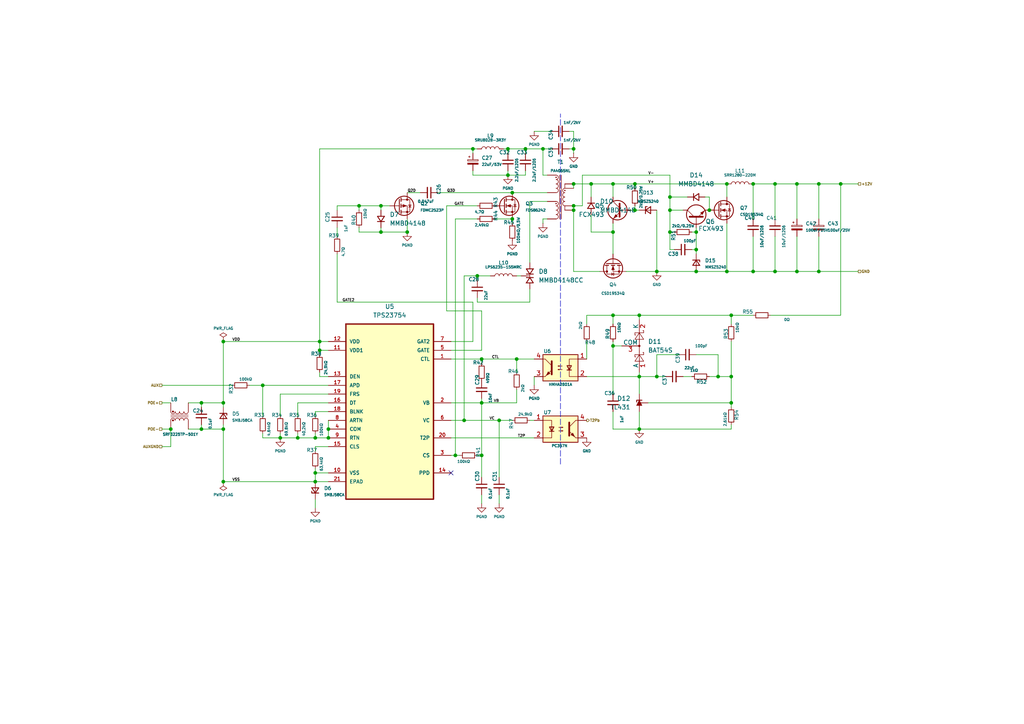
<source format=kicad_sch>
(kicad_sch (version 20250114) (generator "eeschema") (generator_version "9.0")
  (paper "A4")
  (title_block (title "Czujnik parametrów środowiskowych") (date "2026-01-20") (rev "1.0") (company "MarPi82"))
  (junction (at 49.53 124.46))
  (junction (at 92.71 101.6))
  (junction (at 243.84 53.34))
  (junction (at 64.77 99.06))
  (junction (at 201.93 78.74))
  (junction (at 185.42 109.22))
  (junction (at 95.25 124.46))
  (junction (at 64.77 139.7))
  (junction (at 91.44 127))
  (junction (at 149.86 104.14))
  (junction (at 58.42 116.84))
  (junction (at 212.09 91.44))
  (junction (at 157.48 43.18))
  (junction (at 194.31 60.96))
  (junction (at 210.82 53.34))
  (junction (at 177.8 100.33))
  (junction (at 118.11 67.31))
  (junction (at 147.32 50.8))
  (junction (at 237.49 78.74))
  (junction (at 218.44 78.74))
  (junction (at 185.42 124.46))
  (junction (at 95.25 127))
  (junction (at 210.82 78.74))
  (junction (at 208.28 109.22))
  (junction (at 134.62 121.92))
  (junction (at 92.71 99.06))
  (junction (at 190.5 78.74))
  (junction (at 139.7 116.84))
  (junction (at 91.44 137.16))
  (junction (at 166.37 43.18))
  (junction (at 138.43 80.01))
  (junction (at 148.59 63.5))
  (junction (at 177.8 67.31))
  (junction (at 177.8 91.44))
  (junction (at 205.74 60.96))
  (junction (at 64.77 116.84))
  (junction (at 185.42 91.44))
  (junction (at 81.28 127))
  (junction (at 91.44 139.7))
  (junction (at 137.16 43.18))
  (junction (at 194.31 57.15))
  (junction (at 171.45 53.34))
  (junction (at 201.93 67.31))
  (junction (at 152.4 43.18))
  (junction (at 237.49 53.34))
  (junction (at 64.77 124.46))
  (junction (at 201.93 72.39))
  (junction (at 58.42 124.46))
  (junction (at 212.09 109.22))
  (junction (at 147.32 43.18))
  (junction (at 110.49 67.31))
  (junction (at 166.37 59.69))
  (junction (at 212.09 116.84))
  (junction (at 224.79 53.34))
  (junction (at 177.8 53.34))
  (junction (at 139.7 132.08))
  (junction (at 184.15 53.34))
  (junction (at 76.2 111.76))
  (junction (at 144.78 121.92))
  (junction (at 132.08 132.08))
  (junction (at 139.7 104.14))
  (junction (at 166.37 53.34))
  (junction (at 190.5 109.22))
  (junction (at 110.49 59.69))
  (junction (at 104.14 59.69))
  (junction (at 166.37 60.96))
  (junction (at 148.59 55.88))
  (junction (at 231.14 78.74))
  (junction (at 218.44 53.34))
  (junction (at 194.31 67.31))
  (junction (at 231.14 53.34))
  (junction (at 86.36 127))
  (junction (at 184.15 60.96))
  (junction (at 224.79 78.74))
  (no_connect (at 130.81 137.16))
  (wire (pts (xy 64.77 123.19) (xy 64.77 124.46)))
  (wire (pts (xy 154.94 109.22) (xy 154.94 111.76)))
  (wire (pts (xy 210.82 78.74) (xy 201.93 78.74)))
  (wire (pts (xy 184.15 53.34) (xy 177.8 53.34)))
  (wire (pts (xy 177.8 91.44) (xy 177.8 93.98)))
  (wire (pts (xy 91.44 125.73) (xy 91.44 127)))
  (wire (pts (xy 76.2 111.76) (xy 95.25 111.76)))
  (wire (pts (xy 224.79 78.74) (xy 218.44 78.74)))
  (wire (pts (xy 190.5 60.96) (xy 190.5 78.74)))
  (wire (pts (xy 137.16 43.18) (xy 138.43 43.18)))
  (wire (pts (xy 177.8 119.38) (xy 177.8 124.46)))
  (wire (pts (xy 200.66 109.22) (xy 198.12 109.22)))
  (wire (pts (xy 166.37 53.34) (xy 166.37 54.61)))
  (wire (pts (xy 237.49 78.74) (xy 248.92 78.74)))
  (wire (pts (xy 138.43 86.36) (xy 138.43 87.63)))
  (wire (pts (xy 95.25 121.92) (xy 95.25 124.46)))
  (wire (pts (xy 185.42 92.71) (xy 185.42 91.44)))
  (wire (pts (xy 157.48 43.18) (xy 157.48 50.8)))
  (wire (pts (xy 177.8 73.66) (xy 177.8 67.31)))
  (wire (pts (xy 181.61 78.74) (xy 190.5 78.74)))
  (wire (pts (xy 168.91 50.8) (xy 168.91 59.69)))
  (wire (pts (xy 64.77 124.46) (xy 64.77 139.7)))
  (wire (pts (xy 177.8 53.34) (xy 171.45 53.34)))
  (wire (pts (xy 166.37 43.18) (xy 166.37 44.45)))
  (wire (pts (xy 185.42 124.46) (xy 212.09 124.46)))
  (wire (pts (xy 54.61 116.84) (xy 58.42 116.84)))
  (wire (pts (xy 158.75 63.5) (xy 157.48 63.5)))
  (wire (pts (xy 81.28 127) (xy 86.36 127)))
  (wire (pts (xy 139.7 115.57) (xy 139.7 116.84)))
  (wire (pts (xy 143.51 63.5) (xy 148.59 63.5)))
  (wire (pts (xy 127 55.88) (xy 148.59 55.88)))
  (wire (pts (xy 144.78 121.92) (xy 148.59 121.92)))
  (wire (pts (xy 46.99 116.84) (xy 49.53 116.84)))
  (wire (pts (xy 91.44 139.7) (xy 91.44 137.16)))
  (wire (pts (xy 139.7 104.14) (xy 149.86 104.14)))
  (wire (pts (xy 157.48 63.5) (xy 157.48 64.77)))
  (wire (pts (xy 231.14 68.58) (xy 231.14 78.74)))
  (wire (pts (xy 46.99 111.76) (xy 67.31 111.76)))
  (wire (pts (xy 152.4 50.8) (xy 152.4 49.53)))
  (wire (pts (xy 81.28 125.73) (xy 81.28 127)))
  (wire (pts (xy 224.79 63.5) (xy 224.79 53.34)))
  (wire (pts (xy 110.49 59.69) (xy 110.49 60.96)))
  (wire (pts (xy 76.2 127) (xy 81.28 127)))
  (wire (pts (xy 91.44 144.78) (xy 91.44 147.32)))
  (wire (pts (xy 201.93 102.87) (xy 208.28 102.87)))
  (wire (pts (xy 212.09 118.11) (xy 212.09 116.84)))
  (wire (pts (xy 110.49 66.04) (xy 110.49 67.31)))
  (wire (pts (xy 86.36 116.84) (xy 95.25 116.84)))
  (wire (pts (xy 139.7 116.84) (xy 149.86 116.84)))
  (wire (pts (xy 194.31 67.31) (xy 195.58 67.31)))
  (wire (pts (xy 200.66 67.31) (xy 201.93 67.31)))
  (wire (pts (xy 152.4 43.18) (xy 157.48 43.18)))
  (wire (pts (xy 170.18 109.22) (xy 185.42 109.22)))
  (wire (pts (xy 218.44 53.34) (xy 218.44 63.5)))
  (wire (pts (xy 184.15 54.61) (xy 184.15 53.34)))
  (wire (pts (xy 177.8 67.31) (xy 177.8 64.77)))
  (wire (pts (xy 130.81 116.84) (xy 139.7 116.84)))
  (wire (pts (xy 208.28 109.22) (xy 212.09 109.22)))
  (wire (pts (xy 177.8 53.34) (xy 177.8 57.15)))
  (wire (pts (xy 129.54 59.69) (xy 138.43 59.69)))
  (wire (pts (xy 46.99 124.46) (xy 49.53 124.46)))
  (wire (pts (xy 134.62 80.01) (xy 134.62 121.92)))
  (wire (pts (xy 137.16 44.45) (xy 137.16 43.18)))
  (wire (pts (xy 139.7 143.51) (xy 139.7 146.05)))
  (wire (pts (xy 184.15 60.96) (xy 184.15 59.69)))
  (wire (pts (xy 147.32 44.45) (xy 147.32 43.18)))
  (wire (pts (xy 177.8 124.46) (xy 185.42 124.46)))
  (wire (pts (xy 54.61 124.46) (xy 58.42 124.46)))
  (wire (pts (xy 231.14 78.74) (xy 224.79 78.74)))
  (wire (pts (xy 76.2 125.73) (xy 76.2 127)))
  (wire (pts (xy 137.16 49.53) (xy 137.16 50.8)))
  (wire (pts (xy 139.7 132.08) (xy 139.7 138.43)))
  (wire (pts (xy 201.93 73.66) (xy 201.93 72.39)))
  (wire (pts (xy 171.45 67.31) (xy 177.8 67.31)))
  (wire (pts (xy 166.37 78.74) (xy 166.37 60.96)))
  (wire (pts (xy 177.8 99.06) (xy 177.8 100.33)))
  (wire (pts (xy 194.31 60.96) (xy 194.31 57.15)))
  (wire (pts (xy 152.4 44.45) (xy 152.4 43.18)))
  (wire (pts (xy 195.58 72.39) (xy 194.31 72.39)))
  (wire (pts (xy 243.84 91.44) (xy 243.84 53.34)))
  (wire (pts (xy 187.96 116.84) (xy 212.09 116.84)))
  (wire (pts (xy 210.82 53.34) (xy 184.15 53.34)))
  (wire (pts (xy 91.44 119.38) (xy 95.25 119.38)))
  (wire (pts (xy 49.53 129.54) (xy 49.53 124.46)))
  (wire (pts (xy 153.67 83.82) (xy 153.67 87.63)))
  (wire (pts (xy 224.79 68.58) (xy 224.79 78.74)))
  (wire (pts (xy 149.86 113.03) (xy 149.86 116.84)))
  (wire (pts (xy 154.94 38.1) (xy 160.02 38.1)))
  (wire (pts (xy 166.37 38.1) (xy 166.37 43.18)))
  (wire (pts (xy 139.7 105.41) (xy 139.7 104.14)))
  (wire (pts (xy 224.79 53.34) (xy 231.14 53.34)))
  (wire (pts (xy 92.71 101.6) (xy 92.71 99.06)))
  (wire (pts (xy 91.44 137.16) (xy 95.25 137.16)))
  (wire (pts (xy 130.81 121.92) (xy 134.62 121.92)))
  (wire (pts (xy 212.09 99.06) (xy 212.09 109.22)))
  (wire (pts (xy 58.42 116.84) (xy 64.77 116.84)))
  (wire (pts (xy 64.77 116.84) (xy 64.77 118.11)))
  (wire (pts (xy 147.32 43.18) (xy 152.4 43.18)))
  (wire (pts (xy 182.88 60.96) (xy 184.15 60.96)))
  (wire (pts (xy 132.08 132.08) (xy 133.35 132.08)))
  (wire (pts (xy 185.42 109.22) (xy 190.5 109.22)))
  (wire (pts (xy 132.08 63.5) (xy 132.08 132.08)))
  (wire (pts (xy 154.94 121.92) (xy 153.67 121.92)))
  (wire (pts (xy 137.16 87.63) (xy 97.79 87.63)))
  (wire (pts (xy 86.36 127) (xy 91.44 127)))
  (wire (pts (xy 208.28 102.87) (xy 208.28 109.22)))
  (wire (pts (xy 185.42 119.38) (xy 185.42 124.46)))
  (wire (pts (xy 194.31 60.96) (xy 194.31 67.31)))
  (wire (pts (xy 81.28 114.3) (xy 95.25 114.3)))
  (wire (pts (xy 138.43 132.08) (xy 139.7 132.08)))
  (wire (pts (xy 76.2 120.65) (xy 76.2 111.76)))
  (wire (pts (xy 190.5 78.74) (xy 201.93 78.74)))
  (wire (pts (xy 92.71 43.18) (xy 92.71 99.06)))
  (wire (pts (xy 139.7 116.84) (xy 139.7 132.08)))
  (wire (pts (xy 118.11 55.88) (xy 121.92 55.88)))
  (wire (pts (xy 237.49 63.5) (xy 237.49 53.34)))
  (wire (pts (xy 144.78 143.51) (xy 144.78 146.05)))
  (wire (pts (xy 138.43 87.63) (xy 153.67 87.63)))
  (wire (pts (xy 185.42 107.95) (xy 185.42 109.22)))
  (wire (pts (xy 149.86 104.14) (xy 154.94 104.14)))
  (wire (pts (xy 171.45 62.23) (xy 171.45 67.31)))
  (wire (pts (xy 64.77 99.06) (xy 92.71 99.06)))
  (wire (pts (xy 148.59 55.88) (xy 158.75 55.88)))
  (wire (pts (xy 132.08 63.5) (xy 138.43 63.5)))
  (wire (pts (xy 147.32 49.53) (xy 147.32 50.8)))
  (wire (pts (xy 153.67 58.42) (xy 158.75 58.42)))
  (wire (pts (xy 198.12 60.96) (xy 194.31 60.96)))
  (wire (pts (xy 97.79 59.69) (xy 97.79 60.96)))
  (wire (pts (xy 218.44 53.34) (xy 224.79 53.34)))
  (wire (pts (xy 72.39 111.76) (xy 76.2 111.76)))
  (wire (pts (xy 231.14 53.34) (xy 231.14 63.5)))
  (wire (pts (xy 91.44 129.54) (xy 91.44 130.81)))
  (wire (pts (xy 92.71 99.06) (xy 95.25 99.06)))
  (wire (pts (xy 58.42 124.46) (xy 64.77 124.46)))
  (wire (pts (xy 205.74 109.22) (xy 208.28 109.22)))
  (wire (pts (xy 129.54 59.69) (xy 129.54 90.17)))
  (wire (pts (xy 46.99 129.54) (xy 49.53 129.54)))
  (wire (pts (xy 212.09 91.44) (xy 218.44 91.44)))
  (wire (pts (xy 58.42 116.84) (xy 58.42 118.11)))
  (wire (pts (xy 95.25 139.7) (xy 91.44 139.7)))
  (wire (pts (xy 147.32 50.8) (xy 152.4 50.8)))
  (wire (pts (xy 97.79 66.04) (xy 97.79 68.58)))
  (wire (pts (xy 177.8 100.33) (xy 177.8 114.3)))
  (wire (pts (xy 180.34 100.33) (xy 177.8 100.33)))
  (wire (pts (xy 243.84 53.34) (xy 237.49 53.34)))
  (wire (pts (xy 91.44 127) (xy 95.25 127)))
  (wire (pts (xy 205.74 57.15) (xy 205.74 60.96)))
  (polyline (pts (xy 162.56 134.62) (xy 162.56 33.02)) (stroke (width 0) (type dash)))
  (wire (pts (xy 166.37 53.34) (xy 171.45 53.34)))
  (wire (pts (xy 166.37 59.69) (xy 166.37 60.96)))
  (wire (pts (xy 58.42 123.19) (xy 58.42 124.46)))
  (wire (pts (xy 212.09 93.98) (xy 212.09 91.44)))
  (wire (pts (xy 138.43 80.01) (xy 142.24 80.01)))
  (wire (pts (xy 91.44 120.65) (xy 91.44 119.38)))
  (wire (pts (xy 185.42 109.22) (xy 185.42 114.3)))
  (wire (pts (xy 171.45 53.34) (xy 171.45 57.15)))
  (wire (pts (xy 86.36 120.65) (xy 86.36 116.84)))
  (wire (pts (xy 104.14 59.69) (xy 110.49 59.69)))
  (wire (pts (xy 95.25 109.22) (xy 92.71 109.22)))
  (wire (pts (xy 237.49 68.58) (xy 237.49 78.74)))
  (wire (pts (xy 95.25 129.54) (xy 91.44 129.54)))
  (wire (pts (xy 212.09 124.46) (xy 212.09 123.19)))
  (wire (pts (xy 144.78 121.92) (xy 144.78 138.43)))
  (wire (pts (xy 130.81 127) (xy 154.94 127)))
  (wire (pts (xy 194.31 57.15) (xy 199.39 57.15)))
  (wire (pts (xy 92.71 101.6) (xy 92.71 102.87)))
  (wire (pts (xy 137.16 87.63) (xy 137.16 99.06)))
  (wire (pts (xy 139.7 90.17) (xy 139.7 101.6)))
  (wire (pts (xy 237.49 78.74) (xy 231.14 78.74)))
  (wire (pts (xy 64.77 139.7) (xy 91.44 139.7)))
  (wire (pts (xy 134.62 80.01) (xy 138.43 80.01)))
  (wire (pts (xy 201.93 67.31) (xy 201.93 72.39)))
  (wire (pts (xy 153.67 58.42) (xy 153.67 76.2)))
  (wire (pts (xy 110.49 67.31) (xy 118.11 67.31)))
  (wire (pts (xy 130.81 104.14) (xy 139.7 104.14)))
  (wire (pts (xy 137.16 50.8) (xy 147.32 50.8)))
  (wire (pts (xy 218.44 68.58) (xy 218.44 78.74)))
  (wire (pts (xy 194.31 57.15) (xy 194.31 50.8)))
  (wire (pts (xy 237.49 53.34) (xy 231.14 53.34)))
  (wire (pts (xy 185.42 91.44) (xy 212.09 91.44)))
  (wire (pts (xy 134.62 121.92) (xy 144.78 121.92)))
  (wire (pts (xy 157.48 50.8) (xy 158.75 50.8)))
  (wire (pts (xy 64.77 116.84) (xy 64.77 99.06)))
  (wire (pts (xy 129.54 90.17) (xy 139.7 90.17)))
  (wire (pts (xy 104.14 67.31) (xy 110.49 67.31)))
  (wire (pts (xy 118.11 67.31) (xy 118.11 63.5)))
  (wire (pts (xy 148.59 63.5) (xy 148.59 64.77)))
  (wire (pts (xy 113.03 59.69) (xy 110.49 59.69)))
  (wire (pts (xy 210.82 57.15) (xy 210.82 53.34)))
  (wire (pts (xy 97.79 59.69) (xy 104.14 59.69)))
  (wire (pts (xy 149.86 107.95) (xy 149.86 104.14)))
  (wire (pts (xy 92.71 101.6) (xy 95.25 101.6)))
  (wire (pts (xy 173.99 78.74) (xy 166.37 78.74)))
  (wire (pts (xy 92.71 109.22) (xy 92.71 107.95)))
  (wire (pts (xy 201.93 66.04) (xy 201.93 67.31)))
  (wire (pts (xy 91.44 137.16) (xy 91.44 135.89)))
  (wire (pts (xy 184.15 60.96) (xy 185.42 60.96)))
  (wire (pts (xy 201.93 72.39) (xy 200.66 72.39)))
  (wire (pts (xy 190.5 102.87) (xy 190.5 109.22)))
  (wire (pts (xy 149.86 80.01) (xy 151.13 80.01)))
  (wire (pts (xy 196.85 102.87) (xy 190.5 102.87)))
  (wire (pts (xy 193.04 109.22) (xy 190.5 109.22)))
  (wire (pts (xy 243.84 53.34) (xy 248.92 53.34)))
  (wire (pts (xy 204.47 57.15) (xy 205.74 57.15)))
  (wire (pts (xy 95.25 124.46) (xy 95.25 127)))
  (wire (pts (xy 92.71 43.18) (xy 137.16 43.18)))
  (wire (pts (xy 212.09 109.22) (xy 212.09 116.84)))
  (wire (pts (xy 194.31 50.8) (xy 168.91 50.8)))
  (wire (pts (xy 130.81 99.06) (xy 137.16 99.06)))
  (wire (pts (xy 160.02 43.18) (xy 157.48 43.18)))
  (wire (pts (xy 97.79 73.66) (xy 97.79 87.63)))
  (wire (pts (xy 138.43 81.28) (xy 138.43 80.01)))
  (wire (pts (xy 165.1 43.18) (xy 166.37 43.18)))
  (wire (pts (xy 218.44 78.74) (xy 210.82 78.74)))
  (wire (pts (xy 168.91 59.69) (xy 166.37 59.69)))
  (wire (pts (xy 130.81 132.08) (xy 132.08 132.08)))
  (wire (pts (xy 104.14 59.69) (xy 104.14 60.96)))
  (wire (pts (xy 177.8 91.44) (xy 185.42 91.44)))
  (wire (pts (xy 81.28 120.65) (xy 81.28 114.3)))
  (wire (pts (xy 194.31 72.39) (xy 194.31 67.31)))
  (wire (pts (xy 104.14 66.04) (xy 104.14 67.31)))
  (wire (pts (xy 170.18 93.98) (xy 170.18 91.44)))
  (wire (pts (xy 170.18 99.06) (xy 170.18 104.14)))
  (wire (pts (xy 170.18 91.44) (xy 177.8 91.44)))
  (wire (pts (xy 165.1 38.1) (xy 166.37 38.1)))
  (wire (pts (xy 210.82 64.77) (xy 210.82 78.74)))
  (wire (pts (xy 86.36 125.73) (xy 86.36 127)))
  (wire (pts (xy 223.52 91.44) (xy 243.84 91.44)))
  (wire (pts (xy 130.81 101.6) (xy 139.7 101.6)))
  (wire (pts (xy 146.05 43.18) (xy 147.32 43.18)))
  (label "V-" (at 187.96 50.8 0) (effects (font (size 0.762 0.762))))
  (label "GATE2" (at 102.87 87.63 180) (effects (font (size 0.762 0.762))))
  (label "Q2D" (at 120.65 55.88 180) (effects (font (size 0.762 0.762))))
  (label "T2P" (at 152.4 127 180) (effects (font (size 0.762 0.762))))
  (label "VC" (at 143.51 121.92 180) (effects (font (size 0.762 0.762))))
  (label "VSS" (at 67.31 139.7 0) (effects (font (size 0.762 0.762))))
  (label "GATE" (at 134.62 59.69 180) (effects (font (size 0.762 0.762))))
  (label "CTL" (at 144.78 104.14 180) (effects (font (size 0.762 0.762))))
  (label "V+" (at 187.96 53.34 0) (effects (font (size 0.762 0.762))))
  (label "Q3D" (at 132.08 55.88 180) (effects (font (size 0.762 0.762))))
  (label "VDD" (at 67.31 99.06 0) (effects (font (size 0.762 0.762))))
  (label "VB" (at 144.78 116.84 180) (effects (font (size 0.762 0.762))))
  (hierarchical_label "T2Pb" (shape output) (at 170.18 121.92 0) (effects (font (size 0.762 0.762))))
  (hierarchical_label "GND" (shape passive) (at 248.92 78.74 0) (effects (font (size 0.762 0.762))))
  (hierarchical_label "POE+" (shape passive) (at 46.99 116.84 180) (effects (font (size 0.762 0.762))))
  (hierarchical_label "AUXGND" (shape passive) (at 46.99 129.54 180) (effects (font (size 0.762 0.762))))
  (hierarchical_label "+12V" (shape passive) (at 248.92 53.34 0) (effects (font (size 0.762 0.762))))
  (hierarchical_label "AUX" (shape passive) (at 46.99 111.76 180) (effects (font (size 0.762 0.762))))
  (hierarchical_label "POE-" (shape passive) (at 46.99 124.46 180) (effects (font (size 0.762 0.762))))
  (symbol (lib_id "MarPi82:FDMC2523P") (at 115.57 59.69 0) (unit 1)
    (property "Reference" "Q2" (at 121.92 59.0549 0) (effects (font (size 1.016 1.016)) (justify left)))
    (property "Value" "FDMC2523P" (at 121.92 60.96 0) (effects (font (size 0.762 0.762)) (justify left)))
    (property "Footprint" "MarPi82:FDMC_2523P" (effects (hide yes)))
    (property "Description" "P-Channel 150 V 3A (Tc) 42W (Tc) Surface Mount 8-MLP (3.3x3.3)" (effects (hide yes)))
    (property "DigiKey_Part_Number" "FDMC2523PCT-ND" (effects (hide yes)))
    (property "Manufacturer_Name" "FDMC2523P" (effects (hide yes)))
    (property "Manufacturer_Part_Number" "onsemi" (effects (hide yes)))
    (property "PACKAGE" "8-PowerWDFN" (effects (hide yes)))
  )
  (symbol (lib_id "Reference_Voltage:TL431DBZ") (at 185.42 116.84 270) (mirror x) (unit 1)
    (property "Reference" "D12" (at 182.88 115.5699 90) (effects (justify right)))
    (property "Value" "TL431" (at 182.88 118.1099 90) (effects (justify right)))
    (property "Footprint" "Package_TO_SOT_SMD:SC-59" (effects (hide yes)))
    (property "Datasheet" "http://www.ti.com/lit/ds/symlink/tl431.pdf" (effects (hide yes)))
    (property "Description" "Shunt Regulator, SOT-23" (effects (hide yes)))
    (property "DigiKey_Part_Number" "296-17329-1-ND" (effects (hide yes)))
    (property "Manufacturer_Name" "TL431AIDBZR" (effects (hide yes)))
    (property "Manufacturer_Part_Number" "Texas Instruments" (effects (hide yes)))
    (property "PACKAGE" "TO-236-3, SC-59, SOT-23-3" (effects (hide yes)))
    (property "Tolerance" "5%" (effects (hide yes)))
  )
  (symbol (lib_id "Device:C_Small") (at 139.7 113.03 0) (unit 1)
    (property "Reference" "C29" (at 138.43 111.76 90) (effects (font (size 1.016 1.016)) (justify left)))
    (property "Value" "10nF" (at 142.24 116.84 90) (effects (font (size 0.762 0.762)) (justify left)))
    (property "Footprint" "Capacitor_SMD:C_0603_1608Metric" (effects (hide yes)))
    (property "Description" "Unpolarized capacitor, small symbol" (effects (hide yes)))
    (property "DigiKey_Part_Number" "1276-1009-1-ND" (effects (hide yes)))
    (property "Rated_Voltage" "50V" (effects (hide yes)))
    (property "Temperature_Coefficient" "X7R" (effects (hide yes)))
    (property "Manufacturer_Name" "CL10B103KB8NNNC" (effects (hide yes)))
    (property "Manufacturer_Part_Number" "Samsung" (effects (hide yes)))
    (property "PACKAGE" "0603" (effects (hide yes)))
  )
  (symbol (lib_id "Device:R_Small") (at 69.85 111.76 90) (unit 1)
    (property "Reference" "R32" (at 67.056 114.3 0) (effects (font (size 1.016 1.016)) (justify left)))
    (property "Value" "100kΩ" (at 73.152 109.982 90) (effects (font (size 0.762 0.762)) (justify left)))
    (property "Footprint" "Resistor_SMD:R_0603_1608Metric" (effects (hide yes)))
    (property "Description" "Resistor, small symbol" (effects (hide yes)))
    (property "DigiKey_Part_Number" "541-100KHCT-ND" (effects (hide yes)))
    (property "Power" "0.125W, 1/8W" (effects (hide yes)))
    (property "Tolerance" "1%" (effects (hide yes)))
    (property "Manufacturer_Name" "CRCW0603100KFKEA" (effects (hide yes)))
    (property "Manufacturer_Part_Number" "Vishay Dale" (effects (hide yes)))
    (property "PACKAGE" "0603" (effects (hide yes)))
  )
  (symbol (lib_id "Isolator:PC817") (at 162.56 106.68 0) (mirror y) (unit 1)
    (property "Reference" "U6" (at 158.75 101.854 0) (effects (font (size 1.016 1.016))))
    (property "Value" "HMHA2801A" (at 162.56 111.506 0) (effects (font (size 0.762 0.762))))
    (property "Footprint" "Package_SO:SOIC-4_4.55x2.6mm_P1.27mm" (effects (hide yes)))
    (property "Description" "Optoisolator Transistor Output 3750Vrms 1 Channel 4-Mini-Flat" (effects (hide yes)))
    (property "DigiKey_Part_Number" "HMHA2801AR2VCT-ND" (effects (hide yes)))
    (property "Manufacturer_Name" "HMHA2801AR2V" (effects (hide yes)))
    (property "Manufacturer_Part_Number" "onsemi" (effects (hide yes)))
    (property "PACKAGE" "4-SOIC (0.173\", 4.40mm Width)" (effects (hide yes)))
  )
  (symbol (lib_id "MarPi82:TPS23754PWPR") (at 113.03 119.38 0) (unit 1)
    (property "Reference" "U5" (at 113.03 88.9 0))
    (property "Value" "TPS23754" (at 113.03 91.44 0))
    (property "Footprint" "Package_SO:HTSSOP-20-1EP_4.4x6.5mm_P0.65mm_EP2.85x4mm" (effects (hide yes)))
    (property "MPN" "TPS23754PWPR" (effects (hide yes)))
    (property "OC_FARNELL" "-" (effects (hide yes)))
    (property "OC_NEWARK" "09R6630" (effects (hide yes)))
    (property "SUPPLIER" "Texas Instruments" (effects (hide yes)))
    (property "PACKAGE" "20-PowerTSSOP" (effects (hide yes)))
    (property "DigiKey_Part_Number" "296-39367-1-ND" (effects (hide yes)))
    (property "Manufacturer_Name" "TPS23754PWPR" (effects (hide yes)))
    (property "Manufacturer_Part_Number" "Texas Instruments" (effects (hide yes)))
  )
  (symbol (lib_id "MarPi82:FDS86242") (at 146.05 59.69 0) (unit 1)
    (property "Reference" "Q3" (at 152.4 59.0549 0) (effects (font (size 1.016 1.016)) (justify left)))
    (property "Value" "FDS86242" (at 152.4 60.96 0) (effects (font (size 0.762 0.762)) (justify left)))
    (property "Footprint" "MarPi82:FDS_86242" (effects (hide yes)))
    (property "Description" "N-Channel 150 V 4.1A (Ta) 2.5W (Ta), 5W (Tc) Surface Mount 8-SOIC" (effects (hide yes)))
    (property "DigiKey_Part_Number" "FDS86242CT-ND" (effects (hide yes)))
    (property "Manufacturer_Name" "FDS86242" (effects (hide yes)))
    (property "Manufacturer_Part_Number" "onsemi" (effects (hide yes)))
    (property "PACKAGE" "8-SOIC" (effects (hide yes)))
  )
  (symbol (lib_id "power:GND") (at 154.94 111.76 0) (unit 1)
    (property "Reference" "#PWR059" (effects (hide yes)))
    (property "Value" "PGND" (at 154.94 115.57 0) (effects (font (size 0.762 0.762))))
    (property "Description" "Power symbol creates a global label with name \"GND\" , ground" (effects (hide yes)))
  )
  (symbol (lib_id "Device:R_Small") (at 81.28 123.19 0) (unit 1)
    (property "Reference" "R34" (at 78.74 120.396 0) (effects (font (size 1.016 1.016)) (justify left)))
    (property "Value" "69,8kΩ" (at 83.058 126.492 90) (effects (font (size 0.762 0.762)) (justify left)))
    (property "Footprint" "Resistor_SMD:R_0603_1608Metric" (effects (hide yes)))
    (property "Description" "Resistor, small symbol" (effects (hide yes)))
    (property "DigiKey_Part_Number" "541-69.8KHCT-ND" (effects (hide yes)))
    (property "Power" "0.125W, 1/8W" (effects (hide yes)))
    (property "Tolerance" "1%" (effects (hide yes)))
    (property "Manufacturer_Name" "CRCW060369K8FKEA" (effects (hide yes)))
    (property "Manufacturer_Part_Number" "Vishay Dale" (effects (hide yes)))
    (property "PACKAGE" "0603" (effects (hide yes)))
  )
  (symbol (lib_id "Device:R_Small") (at 91.44 123.19 0) (unit 1)
    (property "Reference" "R36" (at 88.9 120.396 0) (effects (font (size 1.016 1.016)) (justify left)))
    (property "Value" "100kΩ" (at 93.218 126.492 90) (effects (font (size 0.762 0.762)) (justify left)))
    (property "Footprint" "Resistor_SMD:R_0603_1608Metric" (effects (hide yes)))
    (property "Description" "Resistor, small symbol" (effects (hide yes)))
    (property "DigiKey_Part_Number" "541-100KHCT-ND" (effects (hide yes)))
    (property "Power" "0.125W, 1/8W" (effects (hide yes)))
    (property "Tolerance" "1%" (effects (hide yes)))
    (property "Manufacturer_Name" "CRCW0603100KFKEA" (effects (hide yes)))
    (property "Manufacturer_Part_Number" "Vishay Dale" (effects (hide yes)))
    (property "PACKAGE" "0603" (effects (hide yes)))
  )
  (symbol (lib_id "Device:R_Small") (at 86.36 123.19 0) (unit 1)
    (property "Reference" "R35" (at 83.82 120.396 0) (effects (font (size 1.016 1.016)) (justify left)))
    (property "Value" "40,2kΩ" (at 88.138 126.492 90) (effects (font (size 0.762 0.762)) (justify left)))
    (property "Footprint" "Resistor_SMD:R_0603_1608Metric" (effects (hide yes)))
    (property "Description" "Resistor, small symbol" (effects (hide yes)))
    (property "DigiKey_Part_Number" "541-40.2KHCT-ND" (effects (hide yes)))
    (property "Power" "0.125W, 1/8W" (effects (hide yes)))
    (property "Tolerance" "1%" (effects (hide yes)))
    (property "Manufacturer_Name" "CRCW060340K2FKEA" (effects (hide yes)))
    (property "Manufacturer_Part_Number" "Vishay Dale" (effects (hide yes)))
    (property "PACKAGE" "0603" (effects (hide yes)))
  )
  (symbol (lib_id "power:GND") (at 147.32 50.8 0) (unit 1)
    (property "Reference" "#PWR056" (effects (hide yes)))
    (property "Value" "PGND" (at 147.32 54.61 0) (effects (font (size 0.762 0.762))))
    (property "Description" "Power symbol creates a global label with name \"GND\" , ground" (effects (hide yes)))
  )
  (symbol (lib_id "Device:R_Small") (at 148.59 67.31 0) (unit 1)
    (property "Reference" "R45" (at 146.05 64.516 0) (effects (font (size 1.016 1.016)) (justify left)))
    (property "Value" "100mΩ/0,5W" (at 150.368 70.612 90) (effects (font (size 0.762 0.762)) (justify left)))
    (property "Footprint" "Resistor_SMD:R_1206_3216Metric" (effects (hide yes)))
    (property "Description" "Resistor, small symbol" (effects (hide yes)))
    (property "DigiKey_Part_Number" "541-2740-1-ND" (effects (hide yes)))
    (property "Power" "0.5W, 1/2W" (effects (hide yes)))
    (property "Tolerance" "1%" (effects (hide yes)))
    (property "Manufacturer_Name" "RCWE1206R100FKEA" (effects (hide yes)))
    (property "Manufacturer_Part_Number" "Vishay Dale" (effects (hide yes)))
    (property "PACKAGE" "1206" (effects (hide yes)))
  )
  (symbol (lib_id "MarPi82:MMBD4148CC") (at 153.67 80.01 90) (unit 1)
    (property "Reference" "D8" (at 156.21 78.7399 90) (effects (justify right)))
    (property "Value" "MMBD4148CC" (at 156.21 81.2799 90) (effects (justify right)))
    (property "Footprint" "Package_TO_SOT_SMD:SC-59" (effects (hide yes)))
    (property "Description" "Diode, small symbol" (effects (hide yes)))
    (property "Sim.Device" "D" (effects (hide yes)))
    (property "Sim.Pins" "1=K 2=A" (effects (hide yes)))
    (property "DigiKey_Part_Number" "5399-MMBD4148CCCT-ND" (effects (hide yes)))
    (property "Manufacturer_Name" "MMBD4148CC" (effects (hide yes)))
    (property "Manufacturer_Part_Number" "Shenzhen Slkormicro Semicon Co., Ltd." (effects (hide yes)))
    (property "PACKAGE" "TO-236-3, SC-59, SOT-23-3" (effects (hide yes)))
  )
  (symbol (lib_id "Device:R_Small") (at 212.09 96.52 180) (unit 1)
    (property "Reference" "R53" (at 210.566 95.25 90) (effects (font (size 1.016 1.016)) (justify left)))
    (property "Value" "10kΩ" (at 213.868 93.472 90) (effects (font (size 0.762 0.762)) (justify left)))
    (property "Footprint" "Resistor_SMD:R_0603_1608Metric" (effects (hide yes)))
    (property "Description" "Resistor, small symbol" (effects (hide yes)))
    (property "DigiKey_Part_Number" "541-10.0KHCT-ND" (effects (hide yes)))
    (property "Power" "0.125W, 1/8W" (effects (hide yes)))
    (property "Tolerance" "1%" (effects (hide yes)))
    (property "Manufacturer_Name" "CRCW060310K0FKEA" (effects (hide yes)))
    (property "Manufacturer_Part_Number" "Vishay Dale" (effects (hide yes)))
    (property "PACKAGE" "0603" (effects (hide yes)))
  )
  (symbol (lib_id "Device:D_Zener_Small") (at 64.77 120.65 270) (unit 1)
    (property "Reference" "D5" (at 67.31 120.0149 90) (effects (font (size 1.016 1.016)) (justify left)))
    (property "Value" "SMBJ58CA" (at 67.31 121.92 90) (effects (font (size 0.762 0.762)) (justify left)))
    (property "Footprint" "Diode_SMD:D_SMB" (effects (hide yes)))
    (property "Description" "Zener diode, small symbol" (effects (hide yes)))
    (property "DigiKey_Part_Number" "SMBJ58CA-FDICT-ND" (effects (hide yes)))
    (property "Manufacturer_Name" "SMBJ58CA-13-F" (effects (hide yes)))
    (property "Manufacturer_Part_Number" "Diodes Incorporated" (effects (hide yes)))
    (property "PACKAGE" "DO-214AA, SMB" (effects (hide yes)))
  )
  (symbol (lib_id "Device:R_Small") (at 212.09 120.65 0) (unit 1)
    (property "Reference" "R54" (at 213.614 121.92 90) (effects (font (size 1.016 1.016)) (justify left)))
    (property "Value" "2,61kΩ" (at 210.312 123.698 90) (effects (font (size 0.762 0.762)) (justify left)))
    (property "Footprint" "Resistor_SMD:R_0603_1608Metric" (effects (hide yes)))
    (property "Description" "Resistor, small symbol" (effects (hide yes)))
    (property "DigiKey_Part_Number" "541-2.61KHCT-ND" (effects (hide yes)))
    (property "Power" "0.25W, 1/4W" (effects (hide yes)))
    (property "Tolerance" "1%" (effects (hide yes)))
    (property "Manufacturer_Name" "CRCW06032K61FKEA" (effects (hide yes)))
    (property "Manufacturer_Part_Number" "Vishay Dale" (effects (hide yes)))
    (property "PACKAGE" "0805" (effects (hide yes)))
  )
  (symbol (lib_id "MarPi82:CSD19534Q") (at 177.8 76.2 90) (mirror x) (unit 1)
    (property "Reference" "Q4" (at 177.8 82.55 90) (effects (font (size 1.016 1.016))))
    (property "Value" "CSD19534Q" (at 177.8 85.09 90) (effects (font (size 0.762 0.762))))
    (property "Footprint" "MarPi82:CSD19534Q" (effects (hide yes)))
    (property "Description" "N-Channel 100 V 44A (Tc) 3.2W (Ta), 63W (Tc) Surface Mount 8-VSONP (5x6)" (effects (hide yes)))
    (property "DigiKey_Part_Number" "296-37838-1-ND" (effects (hide yes)))
    (property "Manufacturer_Name" "CSD19534Q5AT" (effects (hide yes)))
    (property "Manufacturer_Part_Number" "Texas Instruments" (effects (hide yes)))
    (property "PACKAGE" "8-PowerTDFN" (effects (hide yes)))
  )
  (symbol (lib_id "Device:D_Zener_Small") (at 201.93 76.2 270) (unit 1)
    (property "Reference" "D15" (at 204.47 75.5649 90) (effects (font (size 1.016 1.016)) (justify left)))
    (property "Value" "MMSZ5240" (at 204.47 77.47 90) (effects (font (size 0.762 0.762)) (justify left)))
    (property "Footprint" "Diode_SMD:D_SOD-123" (effects (hide yes)))
    (property "Description" "Zener Diode 10 V 500 mW ±5% Surface Mount SOD-123" (effects (hide yes)))
    (property "DigiKey_Part_Number" "5399-MMSZ5240BCT-ND" (effects (hide yes)))
    (property "Manufacturer_Name" "MMSZ5240B" (effects (hide yes)))
    (property "Manufacturer_Part_Number" "Shenzhen Slkormicro Semicon Co., Ltd." (effects (hide yes)))
    (property "PACKAGE" "SOD-123" (effects (hide yes)))
  )
  (symbol (lib_id "Device:R_Small") (at 149.86 110.49 0) (unit 1)
    (property "Reference" "R46" (at 147.32 107.696 0) (effects (font (size 1.016 1.016)) (justify left)))
    (property "Value" "2kΩ" (at 151.638 113.792 90) (effects (font (size 0.762 0.762)) (justify left)))
    (property "Footprint" "Resistor_SMD:R_0603_1608Metric" (effects (hide yes)))
    (property "Description" "Resistor, small symbol" (effects (hide yes)))
    (property "DigiKey_Part_Number" "541-2.00KHCT-ND" (effects (hide yes)))
    (property "Power" "0.125W, 1/8W" (effects (hide yes)))
    (property "Tolerance" "1%" (effects (hide yes)))
    (property "Manufacturer_Name" "CRCW06032K00FKEA" (effects (hide yes)))
    (property "Manufacturer_Part_Number" "Vishay Dale" (effects (hide yes)))
    (property "PACKAGE" "0603" (effects (hide yes)))
  )
  (symbol (lib_id "Device:C_Small") (at 195.58 109.22 90) (unit 1)
    (property "Reference" "C37" (at 192.786 111.76 0) (effects (font (size 1.016 1.016)) (justify left)))
    (property "Value" "22nF" (at 201.422 106.68 90) (effects (font (size 0.762 0.762)) (justify left)))
    (property "Footprint" "Capacitor_SMD:C_0603_1608Metric" (effects (hide yes)))
    (property "Description" "Unpolarized capacitor, small symbol" (effects (hide yes)))
    (property "DigiKey_Part_Number" "490-4782-1-ND" (effects (hide yes)))
    (property "Rated_Voltage" "100V" (effects (hide yes)))
    (property "Temperature_Coefficient" "X7R" (effects (hide yes)))
    (property "Manufacturer_Name" "GCM188R72A223KA37D" (effects (hide yes)))
    (property "Manufacturer_Part_Number" "Murata" (effects (hide yes)))
    (property "PACKAGE" "0603" (effects (hide yes)))
  )
  (symbol (lib_id "Device:C_Small") (at 224.79 66.04 0) (unit 1)
    (property "Reference" "C41" (at 222.25 63.246 0) (effects (font (size 1.016 1.016)) (justify left)))
    (property "Value" "10uF/1206" (at 227.33 71.882 90) (effects (font (size 0.762 0.762)) (justify left)))
    (property "Footprint" "Capacitor_SMD:C_1210_3225Metric" (effects (hide yes)))
    (property "Description" "Unpolarized capacitor, small symbol" (effects (hide yes)))
    (property "DigiKey_Part_Number" "445-3942-1-ND" (effects (hide yes)))
    (property "Rated_Voltage" "25V" (effects (hide yes)))
    (property "Temperature_Coefficient" "X7R" (effects (hide yes)))
    (property "Manufacturer_Name" "C3225X7R1E106K250AC" (effects (hide yes)))
    (property "Manufacturer_Part_Number" "TDK" (effects (hide yes)))
    (property "PACKAGE" "1210" (effects (hide yes)))
  )
  (symbol (lib_id "MarPi82:MMBD4148") (at 171.45 59.69 270) (unit 1)
    (property "Reference" "D10" (at 173.99 58.4199 90) (effects (justify left)))
    (property "Value" "MMBD4148" (at 173.99 60.9599 90) (effects (justify left)))
    (property "Footprint" "Package_TO_SOT_SMD:SC-59" (effects (hide yes)))
    (property "Description" "Diode, small symbol" (effects (hide yes)))
    (property "Sim.Device" "D" (effects (hide yes)))
    (property "Sim.Pins" "1=K 2=A" (effects (hide yes)))
    (property "DigiKey_Part_Number" "1801-MMBD4148RFGCT-ND" (effects (hide yes)))
    (property "Manufacturer_Name" "MMBD4148" (effects (hide yes)))
    (property "Manufacturer_Part_Number" "Taiwan Semiconductor Corporation" (effects (hide yes)))
    (property "PACKAGE" "TO-236-3, SC-59, SOT-23-3" (effects (hide yes)))
  )
  (symbol (lib_id "Device:R_Small") (at 97.79 71.12 0) (unit 1)
    (property "Reference" "R39" (at 95.25 68.326 0) (effects (font (size 1.016 1.016)) (justify left)))
    (property "Value" "4,7Ω" (at 99.568 74.422 90) (effects (font (size 0.762 0.762)) (justify left)))
    (property "Footprint" "Resistor_SMD:R_0603_1608Metric" (effects (hide yes)))
    (property "Description" "Resistor, small symbol" (effects (hide yes)))
    (property "DigiKey_Part_Number" "541-4.70HHCT-ND" (effects (hide yes)))
    (property "Power" "0.125W, 1/8W" (effects (hide yes)))
    (property "Tolerance" "1%" (effects (hide yes)))
    (property "Manufacturer_Name" "CRCW06034R70FKEA" (effects (hide yes)))
    (property "Manufacturer_Part_Number" "Vishay Dale" (effects (hide yes)))
    (property "PACKAGE" "0603" (effects (hide yes)))
  )
  (symbol (lib_id "MarPi82:SRF3225TAC_BRN") (at 45.72 116.84 0) (unit 1)
    (property "Reference" "L8" (at 50.546 115.824 0) (effects (font (size 1.016 1.016))))
    (property "Value" "SRF3225TP-501Y" (at 52.324 125.984 0) (effects (font (size 0.762 0.762))))
    (property "Footprint" "MarPi82:SRF3225TAC_BRN" (effects (hide yes)))
    (property "Datasheet" "SRF3225TAC_BRN" (effects (hide yes)))
    (property "DigiKey_Part_Number" "118-SRF3225TP-501YCT-ND" (effects (hide yes)))
    (property "Manufacturer_Name" "SRF3225TP-501Y" (effects (hide yes)))
    (property "Manufacturer_Part_Number" "Bourns Inc." (effects (hide yes)))
  )
  (symbol (lib_id "Device:C_Small") (at 58.42 120.65 0) (unit 1)
    (property "Reference" "C24" (at 55.88 119.126 0) (effects (font (size 1.016 1.016)) (justify left)))
    (property "Value" "0,1uF" (at 60.96 124.46 90) (effects (font (size 0.762 0.762)) (justify left)))
    (property "Footprint" "Capacitor_SMD:C_0805_2012Metric" (effects (hide yes)))
    (property "Description" "Unpolarized capacitor, small symbol" (effects (hide yes)))
    (property "DigiKey_Part_Number" "1276-6840-1-ND" (effects (hide yes)))
    (property "Manufacturer_Name" "CL21B104KCFNNNE" (effects (hide yes)))
    (property "Manufacturer_Part_Number" "Samsung" (effects (hide yes)))
    (property "PACKAGE" "0805" (effects (hide yes)))
    (property "Rated_Voltage" "100V" (effects (hide yes)))
    (property "Temperature_Coefficient" "X7R" (effects (hide yes)))
  )
  (symbol (lib_id "Device:L") (at 142.24 43.18 90) (unit 1)
    (property "Reference" "L9" (at 142.24 39.37 90) (effects (font (size 1.016 1.016))))
    (property "Value" "SRU8028-3R3Y" (at 142.24 40.64 90) (effects (font (size 0.762 0.762))))
    (property "Footprint" "Inductor_SMD:L_Bourns-SRU8028_8.0x8.0mm" (effects (hide yes)))
    (property "Description" "Inductor" (effects (hide yes)))
    (property "DigiKey_Part_Number" "SRU8028-3R3YCT-ND" (effects (hide yes)))
    (property "Manufacturer_Name" "SRU8028-3R3Y" (effects (hide yes)))
    (property "Manufacturer_Part_Number" "Bourns Inc." (effects (hide yes)))
  )
  (symbol (lib_id "Device:R_Small") (at 203.2 109.22 270) (unit 1)
    (property "Reference" "R52" (at 201.93 110.744 90) (effects (font (size 1.016 1.016)) (justify left)))
    (property "Value" "1kΩ" (at 200.152 107.442 90) (effects (font (size 0.762 0.762)) (justify left)))
    (property "Footprint" "Resistor_SMD:R_0603_1608Metric" (effects (hide yes)))
    (property "Description" "Resistor, small symbol" (effects (hide yes)))
    (property "DigiKey_Part_Number" "541-1.00KHCT-ND" (effects (hide yes)))
    (property "Power" "0.125W, 1/8W" (effects (hide yes)))
    (property "Tolerance" "1%" (effects (hide yes)))
    (property "Manufacturer_Name" "CRCW06031K00FKEA" (effects (hide yes)))
    (property "Manufacturer_Part_Number" "Vishay Dale" (effects (hide yes)))
    (property "PACKAGE" "0603" (effects (hide yes)))
  )
  (symbol (lib_id "Device:R_Small") (at 92.71 105.41 0) (unit 1)
    (property "Reference" "R38" (at 90.17 102.616 0) (effects (font (size 1.016 1.016)) (justify left)))
    (property "Value" "24,9kΩ" (at 94.488 108.712 90) (effects (font (size 0.762 0.762)) (justify left)))
    (property "Footprint" "Resistor_SMD:R_0603_1608Metric" (effects (hide yes)))
    (property "Description" "Resistor, small symbol" (effects (hide yes)))
    (property "DigiKey_Part_Number" "541-24.9KHCT-ND" (effects (hide yes)))
    (property "Power" "0.125W, 1/8W" (effects (hide yes)))
    (property "Tolerance" "1%" (effects (hide yes)))
    (property "Manufacturer_Name" "CRCW060324K9FKEA" (effects (hide yes)))
    (property "Manufacturer_Part_Number" "Vishay Dale" (effects (hide yes)))
    (property "PACKAGE" "0603" (effects (hide yes)))
  )
  (symbol (lib_id "Device:L") (at 214.63 53.34 90) (unit 1)
    (property "Reference" "L11" (at 214.63 49.53 90) (effects (font (size 1.016 1.016))))
    (property "Value" "SRR1280-220M" (at 214.63 50.8 90) (effects (font (size 0.762 0.762))))
    (property "Footprint" "MarPi82:L_Bourns_SRR1280" (effects (hide yes)))
    (property "Description" "Inductor" (effects (hide yes)))
    (property "DigiKey_Part_Number" "SRR1280-220MCT-ND" (effects (hide yes)))
    (property "Manufacturer_Name" "SRR1280-220M" (effects (hide yes)))
    (property "Manufacturer_Part_Number" "Bourns Inc." (effects (hide yes)))
  )
  (symbol (lib_id "Device:C_Polarized_Small") (at 231.14 66.04 0) (unit 1)
    (property "Reference" "C42" (at 233.68 64.8588 0) (effects (font (size 1.016 1.016)) (justify left)))
    (property "Value" "100uF/25V" (at 233.68 66.7639 0) (effects (font (size 0.762 0.762)) (justify left)))
    (property "Footprint" "Capacitor_SMD:CP_Elec_8x10" (effects (hide yes)))
    (property "Description" "Polarized capacitor, small symbol" (effects (hide yes)))
    (property "DigiKey_Part_Number" "PCE4003CT-ND" (effects (hide yes)))
    (property "Rated_Voltage" "25V" (effects (hide yes)))
    (property "Manufacturer_Name" "EEE-FC1E101P" (effects (hide yes)))
    (property "Manufacturer_Part_Number" "Panasonic" (effects (hide yes)))
    (property "PACKAGE" "SMT Radial F" (effects (hide yes)))
  )
  (symbol (lib_id "MarPi82:CSD19534Q") (at 208.28 60.96 0) (unit 1)
    (property "Reference" "Q7" (at 214.63 60.3249 0) (effects (font (size 1.016 1.016)) (justify left)))
    (property "Value" "CSD19534Q" (at 214.63 62.23 0) (effects (font (size 0.762 0.762)) (justify left)))
    (property "Footprint" "MarPi82:CSD19534Q" (effects (hide yes)))
    (property "Description" "N-Channel 100 V 44A (Tc) 3.2W (Ta), 63W (Tc) Surface Mount 8-VSONP (5x6)" (effects (hide yes)))
    (property "DigiKey_Part_Number" "296-37838-1-ND" (effects (hide yes)))
    (property "Manufacturer_Name" "CSD19534Q5AT" (effects (hide yes)))
    (property "Manufacturer_Part_Number" "Texas Instruments" (effects (hide yes)))
    (property "PACKAGE" "8-PowerTDFN" (effects (hide yes)))
  )
  (symbol (lib_id "power:GND") (at 148.59 69.85 0) (unit 1)
    (property "Reference" "#PWR057" (effects (hide yes)))
    (property "Value" "PGND" (at 148.59 73.66 0) (effects (font (size 0.762 0.762))))
    (property "Description" "Power symbol creates a global label with name \"GND\" , ground" (effects (hide yes)))
  )
  (symbol (lib_id "MarPi82:MMBD4148") (at 110.49 63.5 90) (unit 1)
    (property "Reference" "D7" (at 113.03 62.2299 90) (effects (justify right)))
    (property "Value" "MMBD4148" (at 113.03 64.7699 90) (effects (justify right)))
    (property "Footprint" "Package_TO_SOT_SMD:SC-59" (effects (hide yes)))
    (property "Description" "Diode, small symbol" (effects (hide yes)))
    (property "Sim.Device" "D" (effects (hide yes)))
    (property "Sim.Pins" "1=K 2=A" (effects (hide yes)))
    (property "DigiKey_Part_Number" "1801-MMBD4148RFGCT-ND" (effects (hide yes)))
    (property "Manufacturer_Name" "MMBD4148" (effects (hide yes)))
    (property "Manufacturer_Part_Number" "Taiwan Semiconductor Corporation" (effects (hide yes)))
    (property "PACKAGE" "TO-236-3, SC-59, SOT-23-3" (effects (hide yes)))
  )
  (symbol (lib_id "Device:R_Small") (at 184.15 57.15 0) (unit 1)
    (property "Reference" "R50" (at 181.61 54.356 0) (effects (font (size 1.016 1.016)) (justify left)))
    (property "Value" "2kΩ/0.25W" (at 185.928 60.452 90) (effects (font (size 0.762 0.762)) (justify left)))
    (property "Footprint" "Resistor_SMD:R_0805_2012Metric" (effects (hide yes)))
    (property "Description" "Resistor, small symbol" (effects (hide yes)))
    (property "DigiKey_Part_Number" "541-2.00KCCT-ND" (effects (hide yes)))
    (property "Power" "0.25W, 1/4W" (effects (hide yes)))
    (property "Tolerance" "1%" (effects (hide yes)))
    (property "Manufacturer_Name" "CRCW08052K00FKEA" (effects (hide yes)))
    (property "Manufacturer_Part_Number" "Vishay Dale" (effects (hide yes)))
    (property "PACKAGE" "0805" (effects (hide yes)))
  )
  (symbol (lib_id "power:GND") (at 81.28 127 0) (unit 1)
    (property "Reference" "#PWR051" (effects (hide yes)))
    (property "Value" "PGND" (at 81.28 130.81 0) (effects (font (size 0.762 0.762))))
    (property "Description" "Power symbol creates a global label with name \"GND\" , ground" (effects (hide yes)))
  )
  (symbol (lib_id "Device:C_Polarized_Small") (at 237.49 66.04 0) (unit 1)
    (property "Reference" "C43" (at 240.03 64.8588 0) (effects (font (size 1.016 1.016)) (justify left)))
    (property "Value" "100uF/25V" (at 240.03 66.7639 0) (effects (font (size 0.762 0.762)) (justify left)))
    (property "Footprint" "Capacitor_SMD:CP_Elec_8x10" (effects (hide yes)))
    (property "Description" "Polarized capacitor, small symbol" (effects (hide yes)))
    (property "DigiKey_Part_Number" "PCE4003CT-ND" (effects (hide yes)))
    (property "Rated_Voltage" "25V" (effects (hide yes)))
    (property "Manufacturer_Name" "EEE-FC1E101P" (effects (hide yes)))
    (property "Manufacturer_Part_Number" "Panasonic" (effects (hide yes)))
    (property "PACKAGE" "SMT Radial F" (effects (hide yes)))
  )
  (symbol (lib_id "Diode:BAT54S") (at 185.42 100.33 270) (mirror x) (unit 1)
    (property "Reference" "D11" (at 187.96 99.0599 90) (effects (justify left)))
    (property "Value" "BAT54S" (at 187.96 101.5999 90) (effects (justify left)))
    (property "Footprint" "Package_TO_SOT_SMD:SC-59" (effects (hide yes)))
    (property "Datasheet" "https://www.diodes.com/assets/Datasheets/ds11005.pdf" (effects (hide yes)))
    (property "Description" "Vr 30V, If 200mA, Dual schottky barrier diode, in series, SOT-323" (effects (hide yes)))
    (property "DigiKey_Part_Number" "5399-BAT54SCT-ND" (effects (hide yes)))
    (property "Manufacturer_Name" "BAT54S" (effects (hide yes)))
    (property "Manufacturer_Part_Number" "Shenzhen Slkormicro Semicon Co., Ltd." (effects (hide yes)))
    (property "PACKAGE" "TO-236-3, SC-59, SOT-23-3" (effects (hide yes)))
  )
  (symbol (lib_id "Device:C_Small") (at 162.56 43.18 90) (unit 1)
    (property "Reference" "C35" (at 159.766 45.72 0) (effects (font (size 1.016 1.016)) (justify left)))
    (property "Value" "1nF/2kV" (at 168.402 40.64 90) (effects (font (size 0.762 0.762)) (justify left)))
    (property "Footprint" "Capacitor_SMD:C_1812_4532Metric" (effects (hide yes)))
    (property "Description" "Unpolarized capacitor, small symbol" (effects (hide yes)))
    (property "DigiKey_Part_Number" "399-C1812C102KGRACTUCT-ND" (effects (hide yes)))
    (property "Manufacturer_Name" "C1812C102KGRACTU" (effects (hide yes)))
    (property "Manufacturer_Part_Number" "Kemet" (effects (hide yes)))
    (property "PACKAGE" "1812" (effects (hide yes)))
    (property "Rated_Voltage" "2kV" (effects (hide yes)))
    (property "Temperature_Coefficient" "X7R" (effects (hide yes)))
  )
  (symbol (lib_id "Isolator:PC817") (at 162.56 124.46 0) (unit 1)
    (property "Reference" "U7" (at 158.75 119.634 0) (effects (font (size 1.016 1.016))))
    (property "Value" "PC357N" (at 162.306 129.286 0) (effects (font (size 0.762 0.762))))
    (property "Footprint" "Package_SO:OnSemi_751EP_SOIC-4_3.9x4.725mm_P2.54mm" (effects (hide yes)))
    (property "Description" "Optoisolator Transistor Output 3750Vrms 1 Channel 4-Mini-Flat" (effects (hide yes)))
    (property "DigiKey_Part_Number" "1855-1022-1-ND" (effects (hide yes)))
    (property "Manufacturer_Name" "PC357N4J000F" (effects (hide yes)))
    (property "Manufacturer_Part_Number" "SHARP/Socle Technology" (effects (hide yes)))
    (property "PACKAGE" "4-SMD, Gull Wing" (effects (hide yes)))
  )
  (symbol (lib_id "power:GND") (at 154.94 38.1 0) (unit 1)
    (property "Reference" "#PWR058" (effects (hide yes)))
    (property "Value" "PGND" (at 154.94 41.91 0) (effects (font (size 0.762 0.762))))
    (property "Description" "Power symbol creates a global label with name \"GND\" , ground" (effects (hide yes)))
  )
  (symbol (lib_id "power:PWR_FLAG") (at 64.77 139.7 180) (unit 1)
    (property "Reference" "#FLG012" (effects (hide yes)))
    (property "Value" "PWR_FLAG" (at 64.77 143.51 0) (effects (font (size 0.762 0.762))))
    (property "Description" "Special symbol for telling ERC where power comes from" (effects (hide yes)))
  )
  (symbol (lib_id "Device:C_Small") (at 218.44 66.04 0) (unit 1)
    (property "Reference" "C40" (at 215.9 63.246 0) (effects (font (size 1.016 1.016)) (justify left)))
    (property "Value" "10uF/1206" (at 220.98 71.882 90) (effects (font (size 0.762 0.762)) (justify left)))
    (property "Footprint" "Capacitor_SMD:C_1210_3225Metric" (effects (hide yes)))
    (property "Description" "Unpolarized capacitor, small symbol" (effects (hide yes)))
    (property "DigiKey_Part_Number" "445-3942-1-ND" (effects (hide yes)))
    (property "Rated_Voltage" "25V" (effects (hide yes)))
    (property "Temperature_Coefficient" "X7R" (effects (hide yes)))
    (property "Manufacturer_Name" "C3225X7R1E106K250AC" (effects (hide yes)))
    (property "Manufacturer_Part_Number" "TDK" (effects (hide yes)))
    (property "PACKAGE" "1210" (effects (hide yes)))
  )
  (symbol (lib_id "power:GND") (at 190.5 78.74 0) (unit 1)
    (property "Reference" "#PWR064" (effects (hide yes)))
    (property "Value" "GND" (at 190.5 82.55 0) (effects (font (size 0.762 0.762))))
    (property "Description" "Power symbol creates a global label with name \"GND\" , ground" (effects (hide yes)))
  )
  (symbol (lib_id "MarPi82:PA4065NL") (at 158.75 50.8 0) (unit 1)
    (property "Reference" "T1" (at 162.56 46.99 0) (effects (font (size 1.016 1.016))))
    (property "Value" "PA4065NL" (at 162.56 49.53 0) (effects (font (size 0.762 0.762))))
    (property "Footprint" "MarPi82:PA4065NL" (effects (hide yes)))
    (property "Datasheet" "https://www.mouser.de/datasheet/2/447/P675-2903965.pdf" (effects (hide yes)))
    (property "Description" "Switching Transformer 1.58:1:1 0.075Ohm/0.41Ohm Prim. DCR 0.04Ohm Sec. DCR 10Term. Gull Wing SMD" (effects (hide yes)))
    (property "Height" "12.32" (effects (hide yes)))
    (property "Manufacturer_Name" "YAGEO" (effects (hide yes)))
    (property "Manufacturer_Part_Number" "PA4065NL" (effects (hide yes)))
    (property "Mouser Part Number" "N/A" (effects (hide yes)))
    (property "Mouser Price/Stock" "https://www.mouser.com/Search/Refine.aspx?Keyword=N%2FA" (effects (hide yes)))
    (property "Arrow Part Number" "PA4065NL" (effects (hide yes)))
    (property "Arrow Price/Stock" "https://www.arrow.com/en/products/pa4065nl/pulse-electronics-corporation" (effects (hide yes)))
    (property "DigiKey_Part_Number" "PA4065NL-ND" (effects (hide yes)))
  )
  (symbol (lib_id "Device:C_Small") (at 199.39 102.87 90) (unit 1)
    (property "Reference" "C39" (at 196.596 105.41 0) (effects (font (size 1.016 1.016)) (justify left)))
    (property "Value" "100pF" (at 205.232 100.33 90) (effects (font (size 0.762 0.762)) (justify left)))
    (property "Footprint" "Capacitor_SMD:C_0603_1608Metric" (effects (hide yes)))
    (property "Description" "Unpolarized capacitor, small symbol" (effects (hide yes)))
    (property "DigiKey_Part_Number" "1276-1008-1-ND" (effects (hide yes)))
    (property "Rated_Voltage" "50V" (effects (hide yes)))
    (property "Temperature_Coefficient" "C0G" (effects (hide yes)))
    (property "Manufacturer_Name" "CL10C101JB8NNNC" (effects (hide yes)))
    (property "Manufacturer_Part_Number" "Samsung" (effects (hide yes)))
    (property "PACKAGE" "0603" (effects (hide yes)))
  )
  (symbol (lib_id "power:GND") (at 139.7 146.05 0) (unit 1)
    (property "Reference" "#PWR054" (effects (hide yes)))
    (property "Value" "PGND" (at 139.7 149.86 0) (effects (font (size 0.762 0.762))))
    (property "Description" "Power symbol creates a global label with name \"GND\" , ground" (effects (hide yes)))
  )
  (symbol (lib_id "MarPi82:FCX493") (at 201.93 63.5 90) (unit 1)
    (property "Reference" "Q6" (at 205.994 64.262 90))
    (property "Value" "FCX493" (at 206.248 66.294 90))
    (property "Footprint" "Package_TO_SOT_SMD:SOT-89-3" (effects (hide yes)))
    (property "Description" "Bipolar (BJT) Transistor NPN 100 V 1 A 150MHz 1 W Surface Mount SOT-89-3" (effects (hide yes)))
    (property "DigiKey_Part_Number" "31-FCX493QTACT-ND" (effects (hide yes)))
    (property "Manufacturer_Name" "FCX493QTA" (effects (hide yes)))
    (property "Manufacturer_Part_Number" "Diodes Incorporated" (effects (hide yes)))
    (property "PACKAGE" "TO-243AA" (effects (hide yes)))
  )
  (symbol (lib_id "power:GND") (at 144.78 146.05 0) (unit 1)
    (property "Reference" "#PWR055" (effects (hide yes)))
    (property "Value" "PGND" (at 144.78 149.86 0) (effects (font (size 0.762 0.762))))
    (property "Description" "Power symbol creates a global label with name \"GND\" , ground" (effects (hide yes)))
  )
  (symbol (lib_id "Device:C_Small") (at 147.32 46.99 0) (unit 1)
    (property "Reference" "C32" (at 144.78 44.196 0) (effects (font (size 1.016 1.016)) (justify left)))
    (property "Value" "2.2uF/1206" (at 149.86 52.832 90) (effects (font (size 0.762 0.762)) (justify left)))
    (property "Footprint" "Capacitor_SMD:C_1210_3225Metric" (effects (hide yes)))
    (property "Description" "Unpolarized capacitor, small symbol" (effects (hide yes)))
    (property "DigiKey_Part_Number" "1276-CL32B225KCJSNWECT-ND" (effects (hide yes)))
    (property "Rated_Voltage" "100V" (effects (hide yes)))
    (property "Temperature_Coefficient" "X7R" (effects (hide yes)))
    (property "Manufacturer_Name" "CL32B225KCJSNWE" (effects (hide yes)))
    (property "Manufacturer_Part_Number" "Samsung" (effects (hide yes)))
    (property "PACKAGE" "1210" (effects (hide yes)))
  )
  (symbol (lib_id "Device:R_Small") (at 135.89 132.08 270) (unit 1)
    (property "Reference" "R41" (at 138.684 129.54 0) (effects (font (size 1.016 1.016)) (justify left)))
    (property "Value" "100kΩ" (at 132.588 133.858 90) (effects (font (size 0.762 0.762)) (justify left)))
    (property "Footprint" "Resistor_SMD:R_0603_1608Metric" (effects (hide yes)))
    (property "Description" "Resistor, small symbol" (effects (hide yes)))
    (property "DigiKey_Part_Number" "541-100KHCT-ND" (effects (hide yes)))
    (property "Power" "0.125W, 1/8W" (effects (hide yes)))
    (property "Tolerance" "1%" (effects (hide yes)))
    (property "Manufacturer_Name" "CRCW0603100KFKEA" (effects (hide yes)))
    (property "Manufacturer_Part_Number" "Vishay Dale" (effects (hide yes)))
    (property "PACKAGE" "0603" (effects (hide yes)))
  )
  (symbol (lib_id "power:GND") (at 91.44 147.32 0) (unit 1)
    (property "Reference" "#PWR052" (effects (hide yes)))
    (property "Value" "PGND" (at 91.44 151.13 0) (effects (font (size 0.762 0.762))))
    (property "Description" "Power symbol creates a global label with name \"GND\" , ground" (effects (hide yes)))
  )
  (symbol (lib_id "Device:C_Small") (at 139.7 140.97 0) (unit 1)
    (property "Reference" "C30" (at 138.43 139.7 90) (effects (font (size 1.016 1.016)) (justify left)))
    (property "Value" "0,1uF" (at 142.24 144.78 90) (effects (font (size 0.762 0.762)) (justify left)))
    (property "Footprint" "Capacitor_SMD:C_0603_1608Metric" (effects (hide yes)))
    (property "Description" "Unpolarized capacitor, small symbol" (effects (hide yes)))
    (property "DigiKey_Part_Number" "1276-1018-1-ND" (effects (hide yes)))
    (property "Manufacturer_Name" "CL10B102KB8NNNC" (effects (hide yes)))
    (property "Manufacturer_Part_Number" "Samsung" (effects (hide yes)))
    (property "PACKAGE" "0603" (effects (hide yes)))
    (property "Rated_Voltage" "50V" (effects (hide yes)))
    (property "Temperature_Coefficient" "X7R" (effects (hide yes)))
  )
  (symbol (lib_id "Device:R_Small") (at 220.98 91.44 90) (unit 1)
    (property "Reference" "R55" (at 218.44 90.424 90) (effects (font (size 1.016 1.016)) (justify left)))
    (property "Value" "0Ω" (at 229.108 92.71 90) (effects (font (size 0.762 0.762)) (justify left)))
    (property "Footprint" "Resistor_SMD:R_0603_1608Metric" (effects (hide yes)))
    (property "Description" "Resistor, small symbol" (effects (hide yes)))
    (property "DigiKey_Part_Number" "541-0.0GCT-ND" (effects (hide yes)))
    (property "Power" "0.125W, 1/8W" (effects (hide yes)))
    (property "Tolerance" "1%" (effects (hide yes)))
    (property "Manufacturer_Name" "CRCW06030000Z0EA" (effects (hide yes)))
    (property "Manufacturer_Part_Number" "Vishay Dale" (effects (hide yes)))
    (property "PACKAGE" "0603" (effects (hide yes)))
  )
  (symbol (lib_id "Device:C_Small") (at 152.4 46.99 0) (unit 1)
    (property "Reference" "C33" (at 149.86 44.196 0) (effects (font (size 1.016 1.016)) (justify left)))
    (property "Value" "2.2uF/1206" (at 154.94 52.832 90) (effects (font (size 0.762 0.762)) (justify left)))
    (property "Footprint" "Capacitor_SMD:C_1210_3225Metric" (effects (hide yes)))
    (property "Description" "Unpolarized capacitor, small symbol" (effects (hide yes)))
    (property "DigiKey_Part_Number" "1276-CL32B225KCJSNWECT-ND" (effects (hide yes)))
    (property "Rated_Voltage" "100V" (effects (hide yes)))
    (property "Temperature_Coefficient" "X7R" (effects (hide yes)))
    (property "Manufacturer_Name" "CL32B225KCJSNWE" (effects (hide yes)))
    (property "Manufacturer_Part_Number" "Samsung" (effects (hide yes)))
    (property "PACKAGE" "1210" (effects (hide yes)))
  )
  (symbol (lib_id "Device:C_Small") (at 144.78 140.97 0) (unit 1)
    (property "Reference" "C31" (at 143.51 139.7 90) (effects (font (size 1.016 1.016)) (justify left)))
    (property "Value" "0,1uF" (at 147.32 144.78 90) (effects (font (size 0.762 0.762)) (justify left)))
    (property "Footprint" "Capacitor_SMD:C_0603_1608Metric" (effects (hide yes)))
    (property "Description" "Unpolarized capacitor, small symbol" (effects (hide yes)))
    (property "DigiKey_Part_Number" "1276-1018-1-ND" (effects (hide yes)))
    (property "Manufacturer_Name" "CL10B102KB8NNNC" (effects (hide yes)))
    (property "Manufacturer_Part_Number" "Samsung" (effects (hide yes)))
    (property "PACKAGE" "0603" (effects (hide yes)))
    (property "Rated_Voltage" "50V" (effects (hide yes)))
    (property "Temperature_Coefficient" "X7R" (effects (hide yes)))
  )
  (symbol (lib_id "Device:R_Small") (at 91.44 133.35 0) (unit 1)
    (property "Reference" "R37" (at 88.9 130.556 0) (effects (font (size 1.016 1.016)) (justify left)))
    (property "Value" "63,4kΩ" (at 93.218 136.652 90) (effects (font (size 0.762 0.762)) (justify left)))
    (property "Footprint" "Resistor_SMD:R_0603_1608Metric" (effects (hide yes)))
    (property "Description" "Resistor, small symbol" (effects (hide yes)))
    (property "DigiKey_Part_Number" "541-63.4KHCT-ND" (effects (hide yes)))
    (property "Power" "0.125W, 1/8W" (effects (hide yes)))
    (property "Tolerance" "1%" (effects (hide yes)))
    (property "Manufacturer_Name" "CRCW060363K4FKEA" (effects (hide yes)))
    (property "Manufacturer_Part_Number" "Vishay Dale" (effects (hide yes)))
    (property "PACKAGE" "0603" (effects (hide yes)))
  )
  (symbol (lib_id "Device:C_Small") (at 97.79 63.5 0) (unit 1)
    (property "Reference" "C25" (at 94.996 64.516 90) (effects (font (size 1.016 1.016)) (justify left)))
    (property "Value" "1uF" (at 100.33 67.31 90) (effects (font (size 0.762 0.762)) (justify left)))
    (property "Footprint" "Capacitor_SMD:C_0805_2012Metric" (effects (hide yes)))
    (property "Description" "Unpolarized capacitor, small symbol" (effects (hide yes)))
    (property "DigiKey_Part_Number" "1276-1066-1-ND" (effects (hide yes)))
    (property "Manufacturer_Name" "CL21B105KAFNNNE" (effects (hide yes)))
    (property "Manufacturer_Part_Number" "Samsung" (effects (hide yes)))
    (property "PACKAGE" "0805" (effects (hide yes)))
    (property "Rated_Voltage" "25V" (effects (hide yes)))
    (property "Temperature_Coefficient" "X7R" (effects (hide yes)))
  )
  (symbol (lib_id "Device:R_Small") (at 170.18 96.52 180) (unit 1)
    (property "Reference" "R48" (at 172.72 99.314 0) (effects (font (size 1.016 1.016)) (justify left)))
    (property "Value" "2kΩ" (at 168.402 93.218 90) (effects (font (size 0.762 0.762)) (justify left)))
    (property "Footprint" "Resistor_SMD:R_0603_1608Metric" (effects (hide yes)))
    (property "Description" "Resistor, small symbol" (effects (hide yes)))
    (property "DigiKey_Part_Number" "541-2.00KHCT-ND" (effects (hide yes)))
    (property "Power" "0.125W, 1/8W" (effects (hide yes)))
    (property "Tolerance" "1%" (effects (hide yes)))
    (property "Manufacturer_Name" "CRCW06032K00FKEA" (effects (hide yes)))
    (property "Manufacturer_Part_Number" "Vishay Dale" (effects (hide yes)))
    (property "PACKAGE" "0603" (effects (hide yes)))
  )
  (symbol (lib_id "Device:R_Small") (at 139.7 107.95 0) (unit 1)
    (property "Reference" "R42" (at 137.16 105.156 0) (effects (font (size 1.016 1.016)) (justify left)))
    (property "Value" "499Ω" (at 141.478 111.252 90) (effects (font (size 0.762 0.762)) (justify left)))
    (property "Footprint" "Resistor_SMD:R_0603_1608Metric" (effects (hide yes)))
    (property "Description" "Resistor, small symbol" (effects (hide yes)))
    (property "DigiKey_Part_Number" "541-499HCT-ND" (effects (hide yes)))
    (property "Power" "0.125W, 1/8W" (effects (hide yes)))
    (property "Tolerance" "1%" (effects (hide yes)))
    (property "Manufacturer_Name" "CRCW0603499RFKEA" (effects (hide yes)))
    (property "Manufacturer_Part_Number" "Vishay Dale" (effects (hide yes)))
    (property "PACKAGE" "0603" (effects (hide yes)))
  )
  (symbol (lib_id "Device:R_Small") (at 104.14 63.5 180) (unit 1)
    (property "Reference" "R40" (at 102.616 62.23 90) (effects (font (size 1.016 1.016)) (justify left)))
    (property "Value" "10kΩ" (at 105.918 60.452 90) (effects (font (size 0.762 0.762)) (justify left)))
    (property "Footprint" "Resistor_SMD:R_0603_1608Metric" (effects (hide yes)))
    (property "Description" "Resistor, small symbol" (effects (hide yes)))
    (property "DigiKey_Part_Number" "541-10.0KHCT-ND" (effects (hide yes)))
    (property "Power" "0.125W, 1/8W" (effects (hide yes)))
    (property "Tolerance" "1%" (effects (hide yes)))
    (property "Manufacturer_Name" "CRCW060310K0FKEA" (effects (hide yes)))
    (property "Manufacturer_Part_Number" "Vishay Dale" (effects (hide yes)))
    (property "PACKAGE" "0603" (effects (hide yes)))
  )
  (symbol (lib_id "Device:D_Zener_Small") (at 187.96 60.96 0) (unit 1)
    (property "Reference" "D13" (at 187.96 55.88 0) (effects (font (size 1.016 1.016))))
    (property "Value" "MMSZ5240" (at 187.96 58.42 0) (effects (font (size 0.762 0.762))))
    (property "Footprint" "Diode_SMD:D_SOD-123" (effects (hide yes)))
    (property "Description" "Zener Diode 10 V 500 mW ±5% Surface Mount SOD-123" (effects (hide yes)))
    (property "DigiKey_Part_Number" "5399-MMSZ5240BCT-ND" (effects (hide yes)))
    (property "Manufacturer_Name" "MMSZ5240B" (effects (hide yes)))
    (property "Manufacturer_Part_Number" "Shenzhen Slkormicro Semicon Co., Ltd." (effects (hide yes)))
    (property "PACKAGE" "SOD-123" (effects (hide yes)))
  )
  (symbol (lib_id "power:GND") (at 170.18 127 0) (unit 1)
    (property "Reference" "#PWR062" (effects (hide yes)))
    (property "Value" "GND" (at 170.18 130.81 0) (effects (font (size 0.762 0.762))))
    (property "Description" "Power symbol creates a global label with name \"GND\" , ground" (effects (hide yes)))
  )
  (symbol (lib_id "Device:R_Small") (at 177.8 96.52 180) (unit 1)
    (property "Reference" "R49" (at 176.276 95.25 90) (effects (font (size 1.016 1.016)) (justify left)))
    (property "Value" "10kΩ" (at 179.578 93.472 90) (effects (font (size 0.762 0.762)) (justify left)))
    (property "Footprint" "Resistor_SMD:R_0603_1608Metric" (effects (hide yes)))
    (property "Description" "Resistor, small symbol" (effects (hide yes)))
    (property "DigiKey_Part_Number" "541-10.0KHCT-ND" (effects (hide yes)))
    (property "Power" "0.125W, 1/8W" (effects (hide yes)))
    (property "Tolerance" "1%" (effects (hide yes)))
    (property "Manufacturer_Name" "CRCW060310K0FKEA" (effects (hide yes)))
    (property "Manufacturer_Part_Number" "Vishay Dale" (effects (hide yes)))
    (property "PACKAGE" "0603" (effects (hide yes)))
  )
  (symbol (lib_id "Device:C_Small") (at 177.8 116.84 0) (unit 1)
    (property "Reference" "C36" (at 175.26 114.046 0) (effects (font (size 1.016 1.016)) (justify left)))
    (property "Value" "1uF" (at 180.34 122.682 90) (effects (font (size 0.762 0.762)) (justify left)))
    (property "Footprint" "Capacitor_SMD:C_0805_2012Metric" (effects (hide yes)))
    (property "Description" "Unpolarized capacitor, small symbol" (effects (hide yes)))
    (property "DigiKey_Part_Number" "1276-1066-1-ND" (effects (hide yes)))
    (property "Manufacturer_Name" "CL21B105KAFNNNE" (effects (hide yes)))
    (property "Manufacturer_Part_Number" "Samsung" (effects (hide yes)))
    (property "PACKAGE" "0805" (effects (hide yes)))
    (property "Rated_Voltage" "25V" (effects (hide yes)))
    (property "Temperature_Coefficient" "X7R" (effects (hide yes)))
  )
  (symbol (lib_id "Device:R_Small") (at 140.97 59.69 270) (unit 1)
    (property "Reference" "R43" (at 143.764 57.15 0) (effects (font (size 1.016 1.016)) (justify left)))
    (property "Value" "4,7Ω" (at 137.668 61.468 90) (effects (font (size 0.762 0.762)) (justify left)))
    (property "Footprint" "Resistor_SMD:R_0603_1608Metric" (effects (hide yes)))
    (property "Description" "Resistor, small symbol" (effects (hide yes)))
    (property "DigiKey_Part_Number" "541-4.70HHCT-ND" (effects (hide yes)))
    (property "Power" "0.125W, 1/8W" (effects (hide yes)))
    (property "Tolerance" "1%" (effects (hide yes)))
    (property "Manufacturer_Name" "CRCW06034R70FKEA" (effects (hide yes)))
    (property "Manufacturer_Part_Number" "Vishay Dale" (effects (hide yes)))
    (property "PACKAGE" "0603" (effects (hide yes)))
  )
  (symbol (lib_id "power:GND") (at 166.37 44.45 0) (unit 1)
    (property "Reference" "#PWR061" (effects (hide yes)))
    (property "Value" "GND" (at 166.37 48.26 0) (effects (font (size 0.762 0.762))))
    (property "Description" "Power symbol creates a global label with name \"GND\" , ground" (effects (hide yes)))
  )
  (symbol (lib_id "Device:R_Small") (at 151.13 121.92 90) (unit 1)
    (property "Reference" "R47" (at 148.336 124.46 0) (effects (font (size 1.016 1.016)) (justify left)))
    (property "Value" "24,9kΩ" (at 154.432 120.142 90) (effects (font (size 0.762 0.762)) (justify left)))
    (property "Footprint" "Resistor_SMD:R_0603_1608Metric" (effects (hide yes)))
    (property "Description" "Resistor, small symbol" (effects (hide yes)))
    (property "DigiKey_Part_Number" "541-24.9KHCT-ND" (effects (hide yes)))
    (property "Power" "0.125W, 1/8W" (effects (hide yes)))
    (property "Tolerance" "1%" (effects (hide yes)))
    (property "Manufacturer_Name" "CRCW060324K9FKEA" (effects (hide yes)))
    (property "Manufacturer_Part_Number" "Vishay Dale" (effects (hide yes)))
    (property "PACKAGE" "0603" (effects (hide yes)))
  )
  (symbol (lib_id "power:GND") (at 157.48 64.77 0) (unit 1)
    (property "Reference" "#PWR060" (effects (hide yes)))
    (property "Value" "PGND" (at 157.48 68.58 0) (effects (font (size 0.762 0.762))))
    (property "Description" "Power symbol creates a global label with name \"GND\" , ground" (effects (hide yes)))
  )
  (symbol (lib_id "power:PWR_FLAG") (at 64.77 99.06 0) (unit 1)
    (property "Reference" "#FLG011" (effects (hide yes)))
    (property "Value" "PWR_FLAG" (at 64.77 95.25 0) (effects (font (size 0.762 0.762))))
    (property "Description" "Special symbol for telling ERC where power comes from" (effects (hide yes)))
  )
  (symbol (lib_id "Device:C_Small") (at 138.43 83.82 0) (unit 1)
    (property "Reference" "C28" (at 135.89 81.026 0) (effects (font (size 1.016 1.016)) (justify left)))
    (property "Value" "22uF" (at 140.97 87.122 90) (effects (font (size 0.762 0.762)) (justify left)))
    (property "Footprint" "Capacitor_SMD:C_1210_3225Metric" (effects (hide yes)))
    (property "Description" "Unpolarized capacitor, small symbol" (effects (hide yes)))
    (property "DigiKey_Part_Number" "1276-3392-1-ND" (effects (hide yes)))
    (property "Manufacturer_Name" "CL32B226KAJNNNE" (effects (hide yes)))
    (property "Manufacturer_Part_Number" "Samsung" (effects (hide yes)))
    (property "PACKAGE" "2110" (effects (hide yes)))
    (property "Rated_Voltage" "25V" (effects (hide yes)))
    (property "Temperature_Coefficient" "X7R" (effects (hide yes)))
  )
  (symbol (lib_id "Device:C_Polarized_Small") (at 137.16 46.99 0) (unit 1)
    (property "Reference" "C27" (at 139.7 45.8088 0) (effects (font (size 1.016 1.016)) (justify left)))
    (property "Value" "22uF/63V" (at 139.7 47.7139 0) (effects (font (size 0.762 0.762)) (justify left)))
    (property "Footprint" "Capacitor_SMD:CP_Elec_8x6.2" (effects (hide yes)))
    (property "Description" "Polarized capacitor, small symbol" (effects (hide yes)))
    (property "DigiKey_Part_Number" "PCE3820CT-ND" (effects (hide yes)))
    (property "Rated_Voltage" "63V" (effects (hide yes)))
    (property "Manufacturer_Name" "EEE-FK1J220P" (effects (hide yes)))
    (property "Manufacturer_Part_Number" "Panasonic" (effects (hide yes)))
    (property "PACKAGE" "SMT Radial E" (effects (hide yes)))
  )
  (symbol (lib_id "Device:C_Small") (at 124.46 55.88 270) (unit 1)
    (property "Reference" "C26" (at 127.254 53.34 0) (effects (font (size 1.016 1.016)) (justify left)))
    (property "Value" "0,047uF" (at 121.158 58.42 90) (effects (font (size 0.762 0.762)) (justify left)))
    (property "Footprint" "Capacitor_SMD:C_1206_3216Metric" (effects (hide yes)))
    (property "Description" "Unpolarized capacitor, small symbol" (effects (hide yes)))
    (property "DigiKey_Part_Number" "399-C1206C473KARECTUCT-ND" (effects (hide yes)))
    (property "Rated_Voltage" "250V" (effects (hide yes)))
    (property "Temperature_Coefficient" "X7R" (effects (hide yes)))
    (property "Manufacturer_Name" "C1206C473KARECTU" (effects (hide yes)))
    (property "Manufacturer_Part_Number" "Kemet" (effects (hide yes)))
    (property "PACKAGE" "1206" (effects (hide yes)))
  )
  (symbol (lib_id "Device:C_Small") (at 162.56 38.1 90) (unit 1)
    (property "Reference" "C34" (at 159.766 40.64 0) (effects (font (size 1.016 1.016)) (justify left)))
    (property "Value" "1nF/2kV" (at 168.402 35.56 90) (effects (font (size 0.762 0.762)) (justify left)))
    (property "Footprint" "Capacitor_SMD:C_1812_4532Metric" (effects (hide yes)))
    (property "Description" "Unpolarized capacitor, small symbol" (effects (hide yes)))
    (property "DigiKey_Part_Number" "399-C1812C102KGRACTUCT-ND" (effects (hide yes)))
    (property "Manufacturer_Name" "C1812C102KGRACTU" (effects (hide yes)))
    (property "Manufacturer_Part_Number" "Kemet" (effects (hide yes)))
    (property "PACKAGE" "1812" (effects (hide yes)))
    (property "Rated_Voltage" "2kV" (effects (hide yes)))
    (property "Temperature_Coefficient" "X7R" (effects (hide yes)))
  )
  (symbol (lib_id "Device:D_Zener_Small") (at 91.44 142.24 90) (unit 1)
    (property "Reference" "D6" (at 93.98 141.6049 90) (effects (font (size 1.016 1.016)) (justify right)))
    (property "Value" "SMBJ58CA" (at 93.98 143.51 90) (effects (font (size 0.762 0.762)) (justify right)))
    (property "Footprint" "Diode_SMD:D_SMB" (effects (hide yes)))
    (property "Description" "Zener diode, small symbol" (effects (hide yes)))
    (property "DigiKey_Part_Number" "SMBJ58CA-FDICT-ND" (effects (hide yes)))
    (property "Manufacturer_Name" "SMBJ58CA-13-F" (effects (hide yes)))
    (property "Manufacturer_Part_Number" "Diodes Incorporated" (effects (hide yes)))
    (property "PACKAGE" "DO-214AA, SMB" (effects (hide yes)))
  )
  (symbol (lib_id "Device:C_Small") (at 198.12 72.39 90) (unit 1)
    (property "Reference" "C38" (at 196.85 73.66 90) (effects (font (size 1.016 1.016)) (justify left)))
    (property "Value" "100pF" (at 201.93 69.85 90) (effects (font (size 0.762 0.762)) (justify left)))
    (property "Footprint" "Capacitor_SMD:C_0603_1608Metric" (effects (hide yes)))
    (property "Description" "Unpolarized capacitor, small symbol" (effects (hide yes)))
    (property "DigiKey_Part_Number" "1276-1008-1-ND" (effects (hide yes)))
    (property "Rated_Voltage" "50V" (effects (hide yes)))
    (property "Temperature_Coefficient" "C0G" (effects (hide yes)))
    (property "Manufacturer_Name" "CL10C101JB8NNNC" (effects (hide yes)))
    (property "Manufacturer_Part_Number" "Samsung" (effects (hide yes)))
    (property "PACKAGE" "0603" (effects (hide yes)))
  )
  (symbol (lib_id "MarPi82:FCX493") (at 180.34 60.96 0) (mirror y) (unit 1)
    (property "Reference" "Q5" (at 175.26 59.6899 0) (effects (justify left)))
    (property "Value" "FCX493" (at 175.26 62.2299 0) (effects (justify left)))
    (property "Footprint" "Package_TO_SOT_SMD:SOT-89-3" (effects (hide yes)))
    (property "Description" "Bipolar (BJT) Transistor NPN 100 V 1 A 150MHz 1 W Surface Mount SOT-89-3" (effects (hide yes)))
    (property "DigiKey_Part_Number" "31-FCX493QTACT-ND" (effects (hide yes)))
    (property "Manufacturer_Name" "FCX493QTA" (effects (hide yes)))
    (property "Manufacturer_Part_Number" "Diodes Incorporated" (effects (hide yes)))
    (property "PACKAGE" "TO-243AA" (effects (hide yes)))
  )
  (symbol (lib_id "power:GND") (at 185.42 124.46 0) (unit 1)
    (property "Reference" "#PWR063" (effects (hide yes)))
    (property "Value" "GND" (at 185.42 128.27 0) (effects (font (size 0.762 0.762))))
    (property "Description" "Power symbol creates a global label with name \"GND\" , ground" (effects (hide yes)))
  )
  (symbol (lib_id "Device:R_Small") (at 198.12 67.31 90) (unit 1)
    (property "Reference" "R51" (at 195.326 69.85 0) (effects (font (size 1.016 1.016)) (justify left)))
    (property "Value" "2kΩ/0.25W" (at 201.422 65.532 90) (effects (font (size 0.762 0.762)) (justify left)))
    (property "Footprint" "Resistor_SMD:R_0805_2012Metric" (effects (hide yes)))
    (property "Description" "Resistor, small symbol" (effects (hide yes)))
    (property "DigiKey_Part_Number" "541-2.00KCCT-ND" (effects (hide yes)))
    (property "Power" "0.25W, 1/4W" (effects (hide yes)))
    (property "Tolerance" "1%" (effects (hide yes)))
    (property "Manufacturer_Name" "CRCW08052K00FKEA" (effects (hide yes)))
    (property "Manufacturer_Part_Number" "Vishay Dale" (effects (hide yes)))
    (property "PACKAGE" "0805" (effects (hide yes)))
  )
  (symbol (lib_id "MarPi82:MMBD4148") (at 201.93 57.15 0) (unit 1)
    (property "Reference" "D14" (at 201.93 50.8 0))
    (property "Value" "MMBD4148" (at 201.93 53.34 0))
    (property "Footprint" "Package_TO_SOT_SMD:SC-59" (effects (hide yes)))
    (property "Description" "Diode, small symbol" (effects (hide yes)))
    (property "Sim.Device" "D" (effects (hide yes)))
    (property "Sim.Pins" "1=K 2=A" (effects (hide yes)))
    (property "DigiKey_Part_Number" "1801-MMBD4148RFGCT-ND" (effects (hide yes)))
    (property "Manufacturer_Name" "MMBD4148" (effects (hide yes)))
    (property "Manufacturer_Part_Number" "Taiwan Semiconductor Corporation" (effects (hide yes)))
    (property "PACKAGE" "TO-236-3, SC-59, SOT-23-3" (effects (hide yes)))
  )
  (symbol (lib_id "Device:R_Small") (at 140.97 63.5 270) (unit 1)
    (property "Reference" "R44" (at 143.764 60.96 0) (effects (font (size 1.016 1.016)) (justify left)))
    (property "Value" "2,49kΩ" (at 137.668 65.278 90) (effects (font (size 0.762 0.762)) (justify left)))
    (property "Footprint" "Resistor_SMD:R_0603_1608Metric" (effects (hide yes)))
    (property "Description" "Resistor, small symbol" (effects (hide yes)))
    (property "DigiKey_Part_Number" "541-2.49KHCT-ND" (effects (hide yes)))
    (property "Power" "0.125W, 1/8W" (effects (hide yes)))
    (property "Tolerance" "1%" (effects (hide yes)))
    (property "Manufacturer_Name" "CRCW06032K49FKEA" (effects (hide yes)))
    (property "Manufacturer_Part_Number" "Vishay Dale" (effects (hide yes)))
    (property "PACKAGE" "0603" (effects (hide yes)))
  )
  (symbol (lib_id "Device:L") (at 146.05 80.01 90) (unit 1)
    (property "Reference" "L10" (at 146.05 76.2 90) (effects (font (size 1.016 1.016))))
    (property "Value" "LPS6235-155MRC" (at 146.05 77.47 90) (effects (font (size 0.762 0.762))))
    (property "Footprint" "Inductor_SMD:L_TDK_SLF10145" (effects (hide yes)))
    (property "Description" "Inductor" (effects (hide yes)))
    (property "DigiKey_Part_Number" "445-1980-1-ND" (effects (hide yes)))
    (property "Manufacturer_Name" "SLF10145T-152MR22-PF" (effects (hide yes)))
    (property "Manufacturer_Part_Number" "TDK Corporation" (effects (hide yes)))
  )
  (symbol (lib_id "power:GND") (at 118.11 67.31 0) (unit 1)
    (property "Reference" "#PWR053" (effects (hide yes)))
    (property "Value" "PGND" (at 118.11 71.12 0) (effects (font (size 0.762 0.762))))
    (property "Description" "Power symbol creates a global label with name \"GND\" , ground" (effects (hide yes)))
  )
  (symbol (lib_id "Device:R_Small") (at 76.2 123.19 0) (unit 1)
    (property "Reference" "R33" (at 73.66 120.396 0) (effects (font (size 1.016 1.016)) (justify left)))
    (property "Value" "4,64kΩ" (at 77.978 126.492 90) (effects (font (size 0.762 0.762)) (justify left)))
    (property "Footprint" "Resistor_SMD:R_0603_1608Metric" (effects (hide yes)))
    (property "Description" "Resistor, small symbol" (effects (hide yes)))
    (property "DigiKey_Part_Number" "541-4.64KHCT-ND" (effects (hide yes)))
    (property "Power" "0.125W, 1/8W" (effects (hide yes)))
    (property "Tolerance" "1%" (effects (hide yes)))
    (property "Manufacturer_Name" "CRCW06034K64FKEA" (effects (hide yes)))
    (property "Manufacturer_Part_Number" "Vishay Dale" (effects (hide yes)))
    (property "PACKAGE" "0603" (effects (hide yes)))
  )
)
</source>
